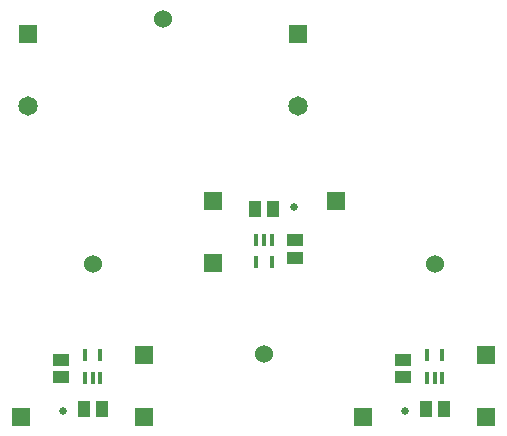
<source format=gbr>
%TF.GenerationSoftware,Altium Limited,Altium Designer,22.7.1 (60)*%
G04 Layer_Color=8388736*
%FSLAX43Y43*%
%MOMM*%
%TF.SameCoordinates,798C7C01-C923-4F4B-AA1E-7D7C4C9A7158*%
%TF.FilePolarity,Negative*%
%TF.FileFunction,Soldermask,Top*%
%TF.Part,CustomerPanel*%
G01*
G75*
%TA.AperFunction,SMDPad,CuDef*%
%ADD10R,1.400X1.100*%
%ADD11R,1.100X1.400*%
%ADD12R,0.450X1.100*%
%ADD15R,1.400X1.100*%
%TA.AperFunction,ComponentPad*%
%ADD16R,1.500X1.500*%
%TA.AperFunction,ViaPad*%
%ADD17C,1.524*%
%ADD18C,0.650*%
%TA.AperFunction,ComponentPad*%
%ADD19R,1.500X1.500*%
%ADD20C,1.650*%
D10*
X12588Y12739D02*
D03*
Y14239D02*
D03*
X32385Y24335D02*
D03*
Y22835D02*
D03*
D11*
X14493Y10048D02*
D03*
X15993D02*
D03*
X30480Y27026D02*
D03*
X28980D02*
D03*
X43443Y10033D02*
D03*
X44943D02*
D03*
D12*
X14590Y14615D02*
D03*
X15890D02*
D03*
Y12715D02*
D03*
X15240D02*
D03*
X14590D02*
D03*
X30383Y22459D02*
D03*
X29083D02*
D03*
Y24359D02*
D03*
X29733D02*
D03*
X30383D02*
D03*
X43540Y14600D02*
D03*
X44840D02*
D03*
Y12700D02*
D03*
X44190D02*
D03*
X43540D02*
D03*
D15*
X41538Y12724D02*
D03*
Y14224D02*
D03*
D16*
X9159Y9413D02*
D03*
X19573Y14620D02*
D03*
Y9413D02*
D03*
X35814Y27661D02*
D03*
X25400Y22454D02*
D03*
Y27661D02*
D03*
D17*
X15255Y22367D02*
D03*
X29718Y14707D02*
D03*
X21224Y43053D02*
D03*
X44205Y22352D02*
D03*
D18*
X12715Y9921D02*
D03*
X32258Y27153D02*
D03*
X41665Y9906D02*
D03*
D19*
X32654Y41783D02*
D03*
X9794D02*
D03*
X38109Y9398D02*
D03*
X48523Y14605D02*
D03*
Y9398D02*
D03*
D20*
X32654Y35687D02*
D03*
X9794D02*
D03*
%TF.MD5,c4e5ba6ab67dee5430450cd7de6a9c98*%
M02*

</source>
